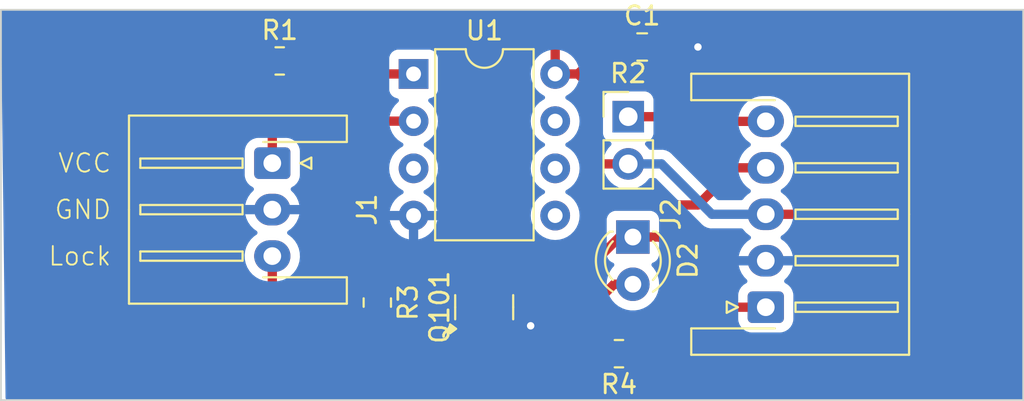
<source format=kicad_pcb>
(kicad_pcb (version 20240108) (generator "pcbnew") (generator_version "8.0")
  (layers (0 "F.Cu" signal) (31 "B.Cu" signal) (34 "B.Paste" user) (35 "F.Paste" user) (36 "B.SilkS" user "B.Silkscreen") (37 "F.SilkS" user "F.Silkscreen") (38 "B.Mask" user) (39 "F.Mask" user) (44 "Edge.Cuts" user))
  (net 0 "")
  (net 1 "GND")
  (net 2 "VCC")
  (net 3 "Net-(D2-A)")
  (net 4 "Lock")
  (net 5 "Emitter1-Cathode")
  (net 6 "Emitter1-Anode")
  (net 7 "Net-(Q101-B)")
  (net 8 "Net-(U1-~{RESET}{slash}PB5)")
  (net 9 "Net-(U1-PB3)")
  (footprint "Connector_PinHeader_2.54mm:PinHeader_1x02_P2.54mm_Vertical" (layer "F.Cu") (at 143.25 90.75)
    (property "Reference" "R2" (at 0 -2.33 0) (layer "F.SilkS"))
    (property "Value" "R")
    (fp_line (start -1.33 -1.33) (end 0 -1.33) (stroke (width 0.12)) (layer "F.SilkS"))
    (fp_line (start -1.33 0) (end -1.33 -1.33) (stroke (width 0.12)) (layer "F.SilkS"))
    (fp_line (start -1.33 1.27) (end -1.33 3.87) (stroke (width 0.12)) (layer "F.SilkS"))
    (fp_line (start -1.33 1.27) (end 1.33 1.27) (stroke (width 0.12)) (layer "F.SilkS"))
    (fp_line (start -1.33 3.87) (end 1.33 3.87) (stroke (width 0.12)) (layer "F.SilkS"))
    (fp_line (start 1.33 1.27) (end 1.33 3.87) (stroke (width 0.12)) (layer "F.SilkS"))
    (pad "1" thru_hole rect (at 0 0) (size 1.7 1.7) (drill 1) (layers "*.Cu" "*.Mask") (net 6 "Emitter1-Anode"))
    (pad "2" thru_hole oval (at 0 2.54) (size 1.7 1.7) (drill 1) (layers "*.Cu" "*.Mask") (net 2 "VCC"))
  )
  (footprint "Connector_JST:JST_XH_S5B-XH-A-1_1x05_P2.50mm_Horizontal" (layer "F.Cu") (at 150.65 101 90)
    (property "Reference" "J2" (at 5 -5.1 90) (layer "F.SilkS"))
    (property "Value" "Conn_01x05_Male" (hide yes))
    (fp_line (start 12.56 -4.01) (end 11.14 -4.01) (stroke (width 0.12)) (layer "F.SilkS"))
    (fp_line (start 11.14 -4.01) (end 11.14 0.49) (stroke (width 0.12)) (layer "F.SilkS"))
    (fp_line (start -1.14 -4.01) (end -1.14 0.49) (stroke (width 0.12)) (layer "F.SilkS"))
    (fp_line (start -2.56 -4.01) (end -1.14 -4.01) (stroke (width 0.12)) (layer "F.SilkS"))
    (fp_line (start 0.3 -2.1) (end 0 -1.5) (stroke (width 0.12)) (layer "F.SilkS"))
    (fp_line (start -0.3 -2.1) (end 0.3 -2.1) (stroke (width 0.12)) (layer "F.SilkS"))
    (fp_line (start 0 -1.5) (end -0.3 -2.1) (stroke (width 0.12)) (layer "F.SilkS"))
    (fp_line (start 10.25 1.6) (end 9.75 1.6) (stroke (width 0.12)) (layer "F.SilkS"))
    (fp_line (start 9.75 1.6) (end 9.75 7.1) (stroke (width 0.12)) (layer "F.SilkS"))
    (fp_line (start 7.75 1.6) (end 7.25 1.6) (stroke (width 0.12)) (layer "F.SilkS"))
    (fp_line (start 7.25 1.6) (end 7.25 7.1) (stroke (width 0.12)) (layer "F.SilkS"))
    (fp_line (start 5.25 1.6) (end 4.75 1.6) (stroke (width 0.12)) (layer "F.SilkS"))
    (fp_line (start 4.75 1.6) (end 4.75 7.1) (stroke (width 0.12)) (layer "F.SilkS"))
    (fp_line (start 2.75 1.6) (end 2.25 1.6) (stroke (width 0.12)) (layer "F.SilkS"))
    (fp_line (start 2.25 1.6) (end 2.25 7.1) (stroke (width 0.12)) (layer "F.SilkS"))
    (fp_line (start 0.25 1.6) (end -0.25 1.6) (stroke (width 0.12)) (layer "F.SilkS"))
    (fp_line (start -0.25 1.6) (end -0.25 7.1) (stroke (width 0.12)) (layer "F.SilkS"))
    (fp_line (start 10.25 7.1) (end 10.25 1.6) (stroke (width 0.12)) (layer "F.SilkS"))
    (fp_line (start 9.75 7.1) (end 10.25 7.1) (stroke (width 0.12)) (layer "F.SilkS"))
    (fp_line (start 7.75 7.1) (end 7.75 1.6) (stroke (width 0.12)) (layer "F.SilkS"))
    (fp_line (start 7.25 7.1) (end 7.75 7.1) (stroke (width 0.12)) (layer "F.SilkS"))
    (fp_line (start 5.25 7.1) (end 5.25 1.6) (stroke (width 0.12)) (layer "F.SilkS"))
    (fp_line (start 4.75 7.1) (end 5.25 7.1) (stroke (width 0.12)) (layer "F.SilkS"))
    (fp_line (start 2.75 7.1) (end 2.75 1.6) (stroke (width 0.12)) (layer "F.SilkS"))
    (fp_line (start 2.25 7.1) (end 2.75 7.1) (stroke (width 0.12)) (layer "F.SilkS"))
    (fp_line (start 0.25 7.1) (end 0.25 1.6) (stroke (width 0.12)) (layer "F.SilkS"))
    (fp_line (start -0.25 7.1) (end 0.25 7.1) (stroke (width 0.12)) (layer "F.SilkS"))
    (fp_line (start 12.56 7.71) (end 12.56 -4.01) (stroke (width 0.12)) (layer "F.SilkS"))
    (fp_line (start 5 7.71) (end 12.56 7.71) (stroke (width 0.12)) (layer "F.SilkS"))
    (fp_line (start 5 7.71) (end -2.56 7.71) (stroke (width 0.12)) (layer "F.SilkS"))
    (fp_line (start -2.56 7.71) (end -2.56 -4.01) (stroke (width 0.12)) (layer "F.SilkS"))
    (pad "1" thru_hole roundrect (at 0 0 90) (size 1.7 1.95) (drill 0.95) (layers "*.Cu" "*.Mask") (roundrect_rratio 0.147059) (net 4 "Lock"))
    (pad "2" thru_hole oval (at 2.5 0 90) (size 1.7 1.95) (drill 0.95) (layers "*.Cu" "*.Mask") (net 1 "GND"))
    (pad "3" thru_hole oval (at 5 0 90) (size 1.7 1.95) (drill 0.95) (layers "*.Cu" "*.Mask") (net 2 "VCC"))
    (pad "4" thru_hole oval (at 7.5 0 90) (size 1.7 1.95) (drill 0.95) (layers "*.Cu" "*.Mask") (net 5 "Emitter1-Cathode"))
    (pad "5" thru_hole oval (at 10 0 90) (size 1.7 1.95) (drill 0.95) (layers "*.Cu" "*.Mask") (net 6 "Emitter1-Anode"))
  )
  (footprint "Capacitor_SMD:C_0805_2012Metric_Pad1.18x1.45mm_HandSolder" (layer "F.Cu") (at 144 87)
    (property "Reference" "C1" (at 0 -1.68 0) (layer "F.SilkS"))
    (property "Value" "100n")
    (fp_line (start -0.261252 -0.735) (end 0.261252 -0.735) (stroke (width 0.12)) (layer "F.SilkS"))
    (fp_line (start -0.261252 0.735) (end 0.261252 0.735) (stroke (width 0.12)) (layer "F.SilkS"))
    (pad "1" smd roundrect (at -1.0375 0) (size 1.175 1.45) (layers "F.Cu" "F.Paste" "F.Mask") (roundrect_rratio 0.212766) (net 2 "VCC"))
    (pad "2" smd roundrect (at 1.0375 0) (size 1.175 1.45) (layers "F.Cu" "F.Paste" "F.Mask") (roundrect_rratio 0.212766) (net 1 "GND"))
  )
  (footprint "LED_THT:LED_D3.0mm" (layer "F.Cu") (at 143.5 97.225 -90)
    (property "Reference" "D2" (at 1.27 -2.96 90) (layer "F.SilkS"))
    (property "Value" "LED")
    (fp_line (start -0.29 1.08) (end -0.29 1.236) (stroke (width 0.12)) (layer "F.SilkS"))
    (fp_line (start -0.29 -1.236) (end -0.29 -1.08) (stroke (width 0.12)) (layer "F.SilkS"))
    (fp_arc (start 2.31113 1.079837) (mid 1.270117 1.5) (end 0.229039 1.08) (stroke (width 0.12)) (layer "F.SilkS"))
    (fp_arc (start 2.942335 1.078608) (mid 1.366487 1.987659) (end -0.29 1.235516) (stroke (width 0.12)) (layer "F.SilkS"))
    (fp_arc (start 0.229039 -1.08) (mid 1.270117 -1.5) (end 2.31113 -1.079837) (stroke (width 0.12)) (layer "F.SilkS"))
    (fp_arc (start -0.29 -1.235516) (mid 1.366487 -1.987659) (end 2.942335 -1.078608) (stroke (width 0.12)) (layer "F.SilkS"))
    (pad "1" thru_hole rect (at 0 0 270) (size 1.8 1.8) (drill 0.9) (layers "*.Cu" "*.Mask") (net 4 "Lock"))
    (pad "2" thru_hole circle (at 2.54 0 270) (size 1.8 1.8) (drill 0.9) (layers "*.Cu" "*.Mask") (net 3 "Net-(D2-A)"))
  )
  (footprint "Package_DIP:DIP-8_W7.62mm" (layer "F.Cu") (at 131.7 88.45)
    (property "Reference" "U1" (at 3.81 -2.33 0) (layer "F.SilkS"))
    (property "Value" "ATtiny13A-P")
    (fp_line (start 1.16 -1.33) (end 1.16 8.95) (stroke (width 0.12)) (layer "F.SilkS"))
    (fp_line (start 1.16 8.95) (end 6.46 8.95) (stroke (width 0.12)) (layer "F.SilkS"))
    (fp_line (start 2.81 -1.33) (end 1.16 -1.33) (stroke (width 0.12)) (layer "F.SilkS"))
    (fp_line (start 6.46 -1.33) (end 4.81 -1.33) (stroke (width 0.12)) (layer "F.SilkS"))
    (fp_line (start 6.46 8.95) (end 6.46 -1.33) (stroke (width 0.12)) (layer "F.SilkS"))
    (fp_arc (start 4.81 -1.33) (mid 3.81 -0.33) (end 2.81 -1.33) (stroke (width 0.12)) (layer "F.SilkS"))
    (pad "1" thru_hole rect (at 0 0) (size 1.6 1.6) (drill 0.8) (layers "*.Cu" "*.Mask") (net 8 "Net-(U1-~{RESET}{slash}PB5)"))
    (pad "2" thru_hole oval (at 0 2.54) (size 1.6 1.6) (drill 0.8) (layers "*.Cu" "*.Mask") (net 9 "Net-(U1-PB3)"))
    (pad "3" thru_hole oval (at 0 5.08) (size 1.6 1.6) (drill 0.8) (layers "*.Cu" "*.Mask"))
    (pad "4" thru_hole oval (at 0 7.62) (size 1.6 1.6) (drill 0.8) (layers "*.Cu" "*.Mask") (net 1 "GND"))
    (pad "5" thru_hole oval (at 7.62 7.62) (size 1.6 1.6) (drill 0.8) (layers "*.Cu" "*.Mask"))
    (pad "6" thru_hole oval (at 7.62 5.08) (size 1.6 1.6) (drill 0.8) (layers "*.Cu" "*.Mask"))
    (pad "7" thru_hole oval (at 7.62 2.54) (size 1.6 1.6) (drill 0.8) (layers "*.Cu" "*.Mask"))
    (pad "8" thru_hole oval (at 7.62 0) (size 1.6 1.6) (drill 0.8) (layers "*.Cu" "*.Mask") (net 2 "VCC"))
  )
  (footprint "Package_TO_SOT_SMD:SOT-23" (layer "F.Cu") (at 135.5 101 90)
    (property "Reference" "Q101" (at 0 -2.4 90) (layer "F.SilkS"))
    (property "Value" "BC847")
    (fp_line (start 0 -1.56) (end 0.65 -1.56) (stroke (width 0.12)) (layer "F.SilkS"))
    (fp_line (start 0 -1.56) (end -0.65 -1.56) (stroke (width 0.12)) (layer "F.SilkS"))
    (fp_line (start 0 1.56) (end 0.65 1.56) (stroke (width 0.12)) (layer "F.SilkS"))
    (fp_line (start 0 1.56) (end -0.65 1.56) (stroke (width 0.12)) (layer "F.SilkS"))
    (fp_poly (pts (xy -1.1625 -1.51) (xy -1.4025 -1.84) (xy -0.9225 -1.84) (xy -1.1625 -1.51)) (stroke (width 0.12)) (fill solid) (layer "F.SilkS"))
    (pad "1" smd roundrect (at -0.9375 -0.95 90) (size 1.475 0.6) (layers "F.Cu" "F.Paste" "F.Mask") (net 7 "Net-(Q101-B)"))
    (pad "2" smd roundrect (at -0.9375 0.95 90) (size 1.475 0.6) (layers "F.Cu" "F.Paste" "F.Mask") (net 1 "GND"))
    (pad "3" smd roundrect (at 0.9375 0 90) (size 1.475 0.6) (layers "F.Cu" "F.Paste" "F.Mask") (net 5 "Emitter1-Cathode"))
  )
  (footprint "Connector_JST:JST_XH_S3B-XH-A-1_1x03_P2.50mm_Horizontal" (layer "F.Cu") (at 124.1 93.25 -90)
    (property "Reference" "J1" (at 2.5 -5.1 90) (layer "F.SilkS"))
    (property "Value" "Conn_01x03_Male" (hide yes))
    (fp_line (start -2.56 7.71) (end -2.56 -4.01) (stroke (width 0.12)) (layer "F.SilkS"))
    (fp_line (start 2.5 7.71) (end -2.56 7.71) (stroke (width 0.12)) (layer "F.SilkS"))
    (fp_line (start 2.5 7.71) (end 7.56 7.71) (stroke (width 0.12)) (layer "F.SilkS"))
    (fp_line (start 7.56 7.71) (end 7.56 -4.01) (stroke (width 0.12)) (layer "F.SilkS"))
    (fp_line (start -0.25 7.1) (end 0.25 7.1) (stroke (width 0.12)) (layer "F.SilkS"))
    (fp_line (start 0.25 7.1) (end 0.25 1.6) (stroke (width 0.12)) (layer "F.SilkS"))
    (fp_line (start 2.25 7.1) (end 2.75 7.1) (stroke (width 0.12)) (layer "F.SilkS"))
    (fp_line (start 2.75 7.1) (end 2.75 1.6) (stroke (width 0.12)) (layer "F.SilkS"))
    (fp_line (start 4.75 7.1) (end 5.25 7.1) (stroke (width 0.12)) (layer "F.SilkS"))
    (fp_line (start 5.25 7.1) (end 5.25 1.6) (stroke (width 0.12)) (layer "F.SilkS"))
    (fp_line (start -0.25 1.6) (end -0.25 7.1) (stroke (width 0.12)) (layer "F.SilkS"))
    (fp_line (start 0.25 1.6) (end -0.25 1.6) (stroke (width 0.12)) (layer "F.SilkS"))
    (fp_line (start 2.25 1.6) (end 2.25 7.1) (stroke (width 0.12)) (layer "F.SilkS"))
    (fp_line (start 2.75 1.6) (end 2.25 1.6) (stroke (width 0.12)) (layer "F.SilkS"))
    (fp_line (start 4.75 1.6) (end 4.75 7.1) (stroke (width 0.12)) (layer "F.SilkS"))
    (fp_line (start 5.25 1.6) (end 4.75 1.6) (stroke (width 0.12)) (layer "F.SilkS"))
    (fp_line (start 0 -1.5) (end -0.3 -2.1) (stroke (width 0.12)) (layer "F.SilkS"))
    (fp_line (start -0.3 -2.1) (end 0.3 -2.1) (stroke (width 0.12)) (layer "F.SilkS"))
    (fp_line (start 0.3 -2.1) (end 0 -1.5) (stroke (width 0.12)) (layer "F.SilkS"))
    (fp_line (start -2.56 -4.01) (end -1.14 -4.01) (stroke (width 0.12)) (layer "F.SilkS"))
    (fp_line (start -1.14 -4.01) (end -1.14 0.49) (stroke (width 0.12)) (layer "F.SilkS"))
    (fp_line (start 6.14 -4.01) (end 6.14 0.49) (stroke (width 0.12)) (layer "F.SilkS"))
    (fp_line (start 7.56 -4.01) (end 6.14 -4.01) (stroke (width 0.12)) (layer "F.SilkS"))
    (pad "1" thru_hole roundrect (at 0 0 270) (size 1.7 1.95) (drill 0.95) (layers "*.Cu" "*.Mask") (roundrect_rratio 0.147059) (net 2 "VCC"))
    (pad "2" thru_hole oval (at 2.5 0 270) (size 1.7 1.95) (drill 0.95) (layers "*.Cu" "*.Mask") (net 1 "GND"))
    (pad "3" thru_hole oval (at 5 0 270) (size 1.7 1.95) (drill 0.95) (layers "*.Cu" "*.Mask") (net 4 "Lock"))
  )
  (footprint "Resistor_SMD:R_0805_2012Metric" (layer "F.Cu") (at 142.75 103.5 180)
    (property "Reference" "R4" (at 0 -1.65 0) (layer "F.SilkS"))
    (property "Value" "220")
    (fp_line (start -0.227064 0.735) (end 0.227064 0.735) (stroke (width 0.12)) (layer "F.SilkS"))
    (fp_line (start -0.227064 -0.735) (end 0.227064 -0.735) (stroke (width 0.12)) (layer "F.SilkS"))
    (pad "1" smd roundrect (at -0.9125 0 180) (size 1.025 1.4) (layers "F.Cu" "F.Paste" "F.Mask") (roundrect_rratio 0.243902) (net 2 "VCC"))
    (pad "2" smd roundrect (at 0.9125 0 180) (size 1.025 1.4) (layers "F.Cu" "F.Paste" "F.Mask") (roundrect_rratio 0.243902) (net 3 "Net-(D2-A)"))
  )
  (footprint "Resistor_SMD:R_0805_2012Metric_Pad1.20x1.40mm_HandSolder" (layer "F.Cu") (at 124.5 87.75)
    (property "Reference" "R1" (at 0 -1.65 0) (layer "F.SilkS"))
    (property "Value" "10k")
    (fp_line (start -0.227064 -0.735) (end 0.227064 -0.735) (stroke (width 0.12)) (layer "F.SilkS"))
    (fp_line (start -0.227064 0.735) (end 0.227064 0.735) (stroke (width 0.12)) (layer "F.SilkS"))
    (pad "1" smd roundrect (at -1 0) (size 1.2 1.4) (layers "F.Cu" "F.Paste" "F.Mask") (roundrect_rratio 0.208333) (net 2 "VCC"))
    (pad "2" smd roundrect (at 1 0) (size 1.2 1.4) (layers "F.Cu" "F.Paste" "F.Mask") (roundrect_rratio 0.208333) (net 8 "Net-(U1-~{RESET}{slash}PB5)"))
  )
  (footprint "Resistor_SMD:R_0805_2012Metric_Pad1.20x1.40mm_HandSolder" (layer "F.Cu") (at 129.75 100.75 -90)
    (property "Reference" "R3" (at 0 -1.65 90) (layer "F.SilkS"))
    (property "Value" "1k")
    (fp_line (start -0.227064 0.735) (end 0.227064 0.735) (stroke (width 0.12)) (layer "F.SilkS"))
    (fp_line (start -0.227064 -0.735) (end 0.227064 -0.735) (stroke (width 0.12)) (layer "F.SilkS"))
    (pad "1" smd roundrect (at -1 0 270) (size 1.2 1.4) (layers "F.Cu" "F.Paste" "F.Mask") (roundrect_rratio 0.208333) (net 9 "Net-(U1-PB3)"))
    (pad "2" smd roundrect (at 1 0 270) (size 1.2 1.4) (layers "F.Cu" "F.Paste" "F.Mask") (roundrect_rratio 0.208333) (net 7 "Net-(Q101-B)"))
  )
  (gr_line (start 164.5 85) (end 164.5 106) (stroke (width 0.1)) (layer "Edge.Cuts"))
  (gr_line (start 109.5 106) (end 109.5 85) (stroke (width 0.1)) (layer "Edge.Cuts"))
  (gr_line (start 164.5 106) (end 109.5 106) (stroke (width 0.1)) (layer "Edge.Cuts"))
  (gr_line (start 109.5 85) (end 164.5 85) (stroke (width 0.1)) (layer "Edge.Cuts"))
  (gr_text "VCC" (at 115.5 93.25 0) (layer "F.SilkS") (effects (font (size 1 1) (thickness 0.1)) (justify right)))
  (gr_text "GND" (at 115.5 95.75 0) (layer "F.SilkS") (effects (font (size 1 1) (thickness 0.1)) (justify right)))
  (gr_text "Lock" (at 115.5 98.25 0) (layer "F.SilkS") (effects (font (size 1 1) (thickness 0.1)) (justify right)))
  (segment (start 137.9375 101.9375) (end 138 102) (width 0.5) (layer "F.Cu") (net 1))
  (segment (start 145.0375 87) (end 147 87) (width 0.5) (layer "F.Cu") (net 1))
  (segment (start 136.45 101.9375) (end 137.9375 101.9375) (width 0.5) (layer "F.Cu") (net 1))
  (via (at 147 87) (size 0.8) (drill 0.4) (layers "F.Cu" "B.Cu") (net 1))
  (via (at 138 102) (size 0.8) (drill 0.4) (layers "F.Cu" "B.Cu") (net 1))
  (segment (start 139.32 88.45) (end 139.32 86.82) (width 0.5) (layer "F.Cu") (net 2))
  (segment (start 141.25 92.75) (end 141.25 89.15) (width 0.5) (layer "F.Cu") (net 2))
  (segment (start 123.5 86.75) (end 123.5 87.75) (width 0.5) (layer "F.Cu") (net 2))
  (segment (start 153.75 96.5) (end 153.25 96) (width 0.5) (layer "F.Cu") (net 2))
  (segment (start 124.1 93.25) (end 124.1 90.35) (width 0.5) (layer "F.Cu") (net 2))
  (segment (start 153 103.5) (end 153.75 102.75) (width 0.5) (layer "F.Cu") (net 2))
  (segment (start 141.79 93.29) (end 141.25 92.75) (width 0.5) (layer "F.Cu") (net 2))
  (segment (start 143.6625 103.5) (end 153 103.5) (width 0.5) (layer "F.Cu") (net 2))
  (segment (start 153.25 96) (end 150.65 96) (width 0.5) (layer "F.Cu") (net 2))
  (segment (start 153.75 102.75) (end 153.75 96.5) (width 0.5) (layer "F.Cu") (net 2))
  (segment (start 123.5 89.75) (end 123.5 87.75) (width 0.5) (layer "F.Cu") (net 2))
  (segment (start 139.32 86.82) (end 138.75 86.25) (width 0.5) (layer "F.Cu") (net 2))
  (segment (start 142 87) (end 142.9625 87) (width 0.5) (layer "F.Cu") (net 2))
  (segment (start 124 86.25) (end 123.5 86.75) (width 0.5) (layer "F.Cu") (net 2))
  (segment (start 140.55 88.45) (end 142 87) (width 0.5) (layer "F.Cu") (net 2))
  (segment (start 141.25 89.15) (end 140.55 88.45) (width 0.5) (layer "F.Cu") (net 2))
  (segment (start 139.32 88.45) (end 140.55 88.45) (width 0.5) (layer "F.Cu") (net 2))
  (segment (start 143.25 93.29) (end 141.79 93.29) (width 0.5) (layer "F.Cu") (net 2))
  (segment (start 124.1 90.35) (end 123.5 89.75) (width 0.5) (layer "F.Cu") (net 2))
  (segment (start 138.75 86.25) (end 124 86.25) (width 0.5) (layer "F.Cu") (net 2))
  (segment (start 147.75 96) (end 150.65 96) (width 0.5) (layer "B.Cu") (net 2))
  (segment (start 143.25 93.29) (end 145.04 93.29) (width 0.5) (layer "B.Cu") (net 2))
  (segment (start 145.04 93.29) (end 147.75 96) (width 0.5) (layer "B.Cu") (net 2))
  (segment (start 142.485 99.765) (end 141.8375 100.4125) (width 0.5) (layer "F.Cu") (net 3))
  (segment (start 141.8375 100.4125) (end 141.8375 103.5) (width 0.5) (layer "F.Cu") (net 3))
  (segment (start 143.5 99.765) (end 142.485 99.765) (width 0.5) (layer "F.Cu") (net 3))
  (segment (start 125.25 104.25) (end 124.1 103.1) (width 0.5) (layer "F.Cu") (net 4))
  (segment (start 143.5 97.225) (end 142.775 97.225) (width 0.5) (layer "F.Cu") (net 4))
  (segment (start 148.75 101) (end 150.65 101) (width 0.5) (layer "F.Cu") (net 4))
  (segment (start 139.75 100.25) (end 139.75 103.25) (width 0.5) (layer "F.Cu") (net 4))
  (segment (start 144.975 97.225) (end 148.75 101) (width 0.5) (layer "F.Cu") (net 4))
  (segment (start 138.75 104.25) (end 125.25 104.25) (width 0.5) (layer "F.Cu") (net 4))
  (segment (start 139.75 103.25) (end 138.75 104.25) (width 0.5) (layer "F.Cu") (net 4))
  (segment (start 142.775 97.225) (end 139.75 100.25) (width 0.5) (layer "F.Cu") (net 4))
  (segment (start 124.1 103.1) (end 124.1 98.25) (width 0.5) (layer "F.Cu") (net 4))
  (segment (start 143.5 97.225) (end 144.975 97.225) (width 0.5) (layer "F.Cu") (net 4))
  (segment (start 139.25 98.75) (end 141 97) (width 0.5) (layer "F.Cu") (net 5))
  (segment (start 135.5 100.0625) (end 136.8125 98.75) (width 0.5) (layer "F.Cu") (net 5))
  (segment (start 141.75 95.5) (end 147 95.5) (width 0.5) (layer "F.Cu") (net 5))
  (segment (start 136.8125 98.75) (end 139.25 98.75) (width 0.5) (layer "F.Cu") (net 5))
  (segment (start 141 96.25) (end 141.75 95.5) (width 0.5) (layer "F.Cu") (net 5))
  (segment (start 147 95.5) (end 149 93.5) (width 0.5) (layer "F.Cu") (net 5))
  (segment (start 149 93.5) (end 150.65 93.5) (width 0.5) (layer "F.Cu") (net 5))
  (segment (start 141 97) (end 141 96.25) (width 0.5) (layer "F.Cu") (net 5))
  (segment (start 143.25 90.75) (end 148.25 90.75) (width 0.5) (layer "F.Cu") (net 6))
  (segment (start 148.25 90.75) (end 148.5 91) (width 0.5) (layer "F.Cu") (net 6))
  (segment (start 148.5 91) (end 150.65 91) (width 0.5) (layer "F.Cu") (net 6))
  (segment (start 129.75 101.75) (end 131.75 101.75) (width 0.5) (layer "F.Cu") (net 7))
  (segment (start 131.75 101.75) (end 131.9375 101.9375) (width 0.5) (layer "F.Cu") (net 7))
  (segment (start 131.9375 101.9375) (end 134.55 101.9375) (width 0.5) (layer "F.Cu") (net 7))
  (segment (start 125.5 87.75) (end 128.75 87.75) (width 0.5) (layer "F.Cu") (net 8))
  (segment (start 128.75 87.75) (end 129.45 88.45) (width 0.5) (layer "F.Cu") (net 8))
  (segment (start 129.45 88.45) (end 131.7 88.45) (width 0.5) (layer "F.Cu") (net 8))
  (segment (start 130.26 90.99) (end 131.7 90.99) (width 0.5) (layer "F.Cu") (net 9))
  (segment (start 129.75 99.75) (end 129.75 91.5) (width 0.5) (layer "F.Cu") (net 9))
  (segment (start 129.75 91.5) (end 130.26 90.99) (width 0.5) (layer "F.Cu") (net 9))
  (zone (net 1) (net_name "GND") (layer "B.Cu") (priority 1) (connect_pads (clearance 0.508)) (min_thickness 0.25) (fill yes (thermal_gap 0.5) (thermal_bridge_width 0.5))
    (polygon (pts (xy 109.5 85) (xy 109.75 106) (xy 164.5 106) (xy 164.5 85)))
  )
)
</source>
